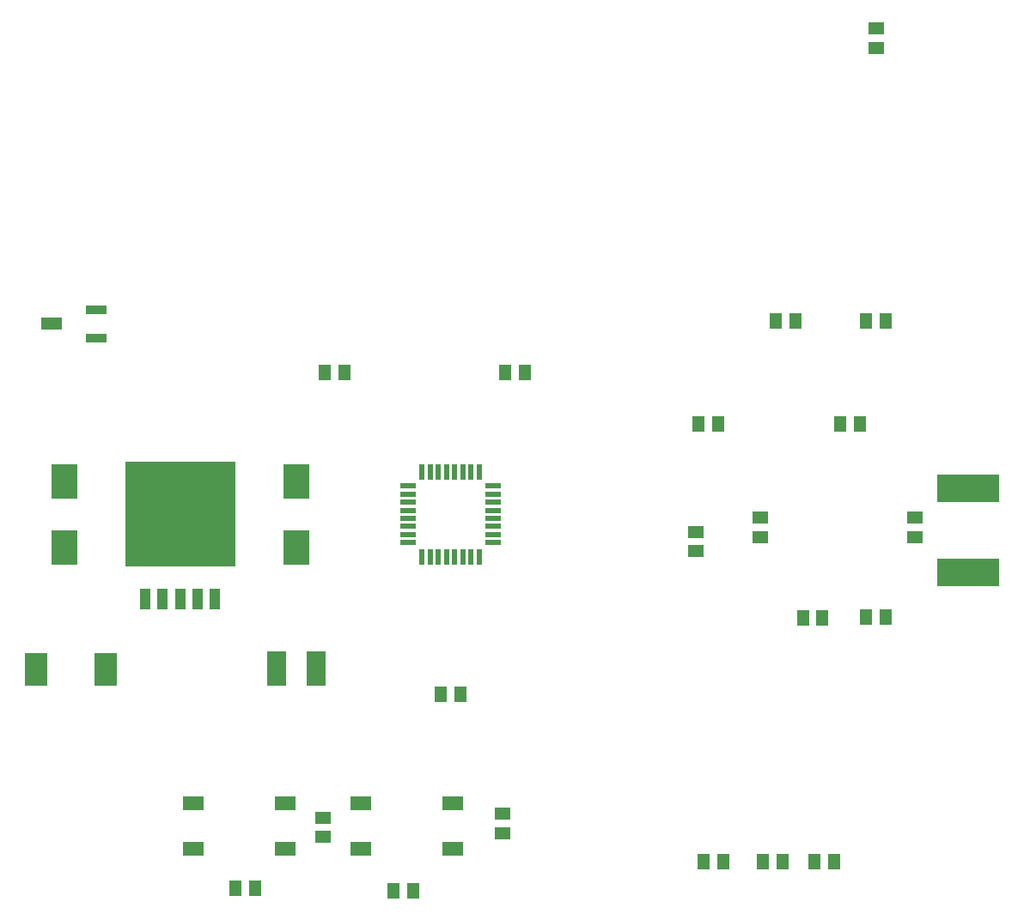
<source format=gtp>
G04 EAGLE Gerber RS-274X export*
G75*
%MOMM*%
%FSLAX34Y34*%
%LPD*%
%INSolderpaste Top*%
%IPPOS*%
%AMOC8*
5,1,8,0,0,1.08239X$1,22.5*%
G01*
%ADD10R,1.500000X1.300000*%
%ADD11R,2.500000X3.500000*%
%ADD12R,1.300000X1.500000*%
%ADD13R,2.250000X3.180000*%
%ADD14R,2.108200X1.397000*%
%ADD15R,10.800000X10.410000*%
%ADD16R,1.066800X2.159000*%
%ADD17R,1.900000X3.400000*%
%ADD18R,2.000000X0.900000*%
%ADD19R,2.000000X1.300000*%
%ADD20R,6.200000X2.700000*%
%ADD21R,0.550000X1.600000*%
%ADD22R,1.600000X0.550000*%


D10*
X673100Y357500D03*
X673100Y376500D03*
D11*
X50800Y426200D03*
X50800Y361200D03*
X279400Y426200D03*
X279400Y361200D03*
D12*
X422300Y215900D03*
X441300Y215900D03*
X816000Y482600D03*
X835000Y482600D03*
D10*
X482600Y79400D03*
X482600Y98400D03*
X305800Y75400D03*
X305800Y94400D03*
D12*
X308000Y533400D03*
X327000Y533400D03*
D13*
X22950Y240300D03*
X92050Y240300D03*
D14*
X177800Y63500D03*
X268986Y63500D03*
X177800Y108458D03*
X268986Y108458D03*
D15*
X165100Y393700D03*
D16*
X131064Y310388D03*
X148082Y310388D03*
X165100Y310388D03*
X182118Y310388D03*
X199136Y310388D03*
D14*
X342900Y63500D03*
X434086Y63500D03*
X342900Y108458D03*
X434086Y108458D03*
D17*
X259900Y241300D03*
X298900Y241300D03*
D12*
X485800Y533400D03*
X504800Y533400D03*
D10*
X850900Y854100D03*
X850900Y873100D03*
D12*
X394500Y22600D03*
X375500Y22600D03*
X860400Y292100D03*
X841400Y292100D03*
X790600Y50800D03*
X809600Y50800D03*
X739800Y50800D03*
X758800Y50800D03*
D18*
X82200Y567800D03*
D19*
X38200Y581800D03*
D18*
X82200Y595800D03*
D20*
X941800Y419402D03*
X941800Y336598D03*
D10*
X889000Y390500D03*
X889000Y371500D03*
D12*
X676300Y482600D03*
X695300Y482600D03*
D10*
X736600Y371500D03*
X736600Y390500D03*
D12*
X752500Y584200D03*
X771500Y584200D03*
X841400Y584200D03*
X860400Y584200D03*
X681300Y50800D03*
X700300Y50800D03*
X798100Y291900D03*
X779100Y291900D03*
X238900Y24600D03*
X219900Y24600D03*
D21*
X459800Y435500D03*
X451800Y435500D03*
X443800Y435500D03*
X435800Y435500D03*
X427800Y435500D03*
X419800Y435500D03*
X411800Y435500D03*
X403800Y435500D03*
D22*
X390000Y421700D03*
X390000Y413700D03*
X390000Y405700D03*
X390000Y397700D03*
X390000Y389700D03*
X390000Y381700D03*
X390000Y373700D03*
X390000Y365700D03*
D21*
X403800Y351900D03*
X411800Y351900D03*
X419800Y351900D03*
X427800Y351900D03*
X435800Y351900D03*
X443800Y351900D03*
X451800Y351900D03*
X459800Y351900D03*
D22*
X473600Y365700D03*
X473600Y373700D03*
X473600Y381700D03*
X473600Y389700D03*
X473600Y397700D03*
X473600Y405700D03*
X473600Y413700D03*
X473600Y421700D03*
M02*

</source>
